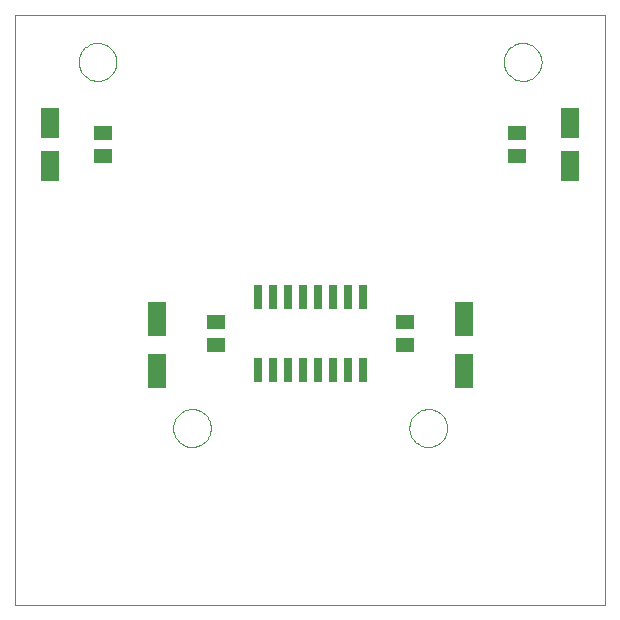
<source format=gtp>
G75*
G70*
%OFA0B0*%
%FSLAX24Y24*%
%IPPOS*%
%LPD*%
%AMOC8*
5,1,8,0,0,1.08239X$1,22.5*
%
%ADD10C,0.0000*%
%ADD11R,0.0591X0.0512*%
%ADD12R,0.0260X0.0800*%
%ADD13R,0.0630X0.1181*%
%ADD14R,0.0630X0.1024*%
D10*
X000589Y000574D02*
X000589Y020259D01*
X020274Y020259D01*
X020274Y000574D01*
X000589Y000574D01*
X005865Y006479D02*
X005867Y006529D01*
X005873Y006579D01*
X005883Y006628D01*
X005897Y006676D01*
X005914Y006723D01*
X005935Y006768D01*
X005960Y006812D01*
X005988Y006853D01*
X006020Y006892D01*
X006054Y006929D01*
X006091Y006963D01*
X006131Y006993D01*
X006173Y007020D01*
X006217Y007044D01*
X006263Y007065D01*
X006310Y007081D01*
X006358Y007094D01*
X006408Y007103D01*
X006457Y007108D01*
X006508Y007109D01*
X006558Y007106D01*
X006607Y007099D01*
X006656Y007088D01*
X006704Y007073D01*
X006750Y007055D01*
X006795Y007033D01*
X006838Y007007D01*
X006879Y006978D01*
X006918Y006946D01*
X006954Y006911D01*
X006986Y006873D01*
X007016Y006833D01*
X007043Y006790D01*
X007066Y006746D01*
X007085Y006700D01*
X007101Y006652D01*
X007113Y006603D01*
X007121Y006554D01*
X007125Y006504D01*
X007125Y006454D01*
X007121Y006404D01*
X007113Y006355D01*
X007101Y006306D01*
X007085Y006258D01*
X007066Y006212D01*
X007043Y006168D01*
X007016Y006125D01*
X006986Y006085D01*
X006954Y006047D01*
X006918Y006012D01*
X006879Y005980D01*
X006838Y005951D01*
X006795Y005925D01*
X006750Y005903D01*
X006704Y005885D01*
X006656Y005870D01*
X006607Y005859D01*
X006558Y005852D01*
X006508Y005849D01*
X006457Y005850D01*
X006408Y005855D01*
X006358Y005864D01*
X006310Y005877D01*
X006263Y005893D01*
X006217Y005914D01*
X006173Y005938D01*
X006131Y005965D01*
X006091Y005995D01*
X006054Y006029D01*
X006020Y006066D01*
X005988Y006105D01*
X005960Y006146D01*
X005935Y006190D01*
X005914Y006235D01*
X005897Y006282D01*
X005883Y006330D01*
X005873Y006379D01*
X005867Y006429D01*
X005865Y006479D01*
X013739Y006479D02*
X013741Y006529D01*
X013747Y006579D01*
X013757Y006628D01*
X013771Y006676D01*
X013788Y006723D01*
X013809Y006768D01*
X013834Y006812D01*
X013862Y006853D01*
X013894Y006892D01*
X013928Y006929D01*
X013965Y006963D01*
X014005Y006993D01*
X014047Y007020D01*
X014091Y007044D01*
X014137Y007065D01*
X014184Y007081D01*
X014232Y007094D01*
X014282Y007103D01*
X014331Y007108D01*
X014382Y007109D01*
X014432Y007106D01*
X014481Y007099D01*
X014530Y007088D01*
X014578Y007073D01*
X014624Y007055D01*
X014669Y007033D01*
X014712Y007007D01*
X014753Y006978D01*
X014792Y006946D01*
X014828Y006911D01*
X014860Y006873D01*
X014890Y006833D01*
X014917Y006790D01*
X014940Y006746D01*
X014959Y006700D01*
X014975Y006652D01*
X014987Y006603D01*
X014995Y006554D01*
X014999Y006504D01*
X014999Y006454D01*
X014995Y006404D01*
X014987Y006355D01*
X014975Y006306D01*
X014959Y006258D01*
X014940Y006212D01*
X014917Y006168D01*
X014890Y006125D01*
X014860Y006085D01*
X014828Y006047D01*
X014792Y006012D01*
X014753Y005980D01*
X014712Y005951D01*
X014669Y005925D01*
X014624Y005903D01*
X014578Y005885D01*
X014530Y005870D01*
X014481Y005859D01*
X014432Y005852D01*
X014382Y005849D01*
X014331Y005850D01*
X014282Y005855D01*
X014232Y005864D01*
X014184Y005877D01*
X014137Y005893D01*
X014091Y005914D01*
X014047Y005938D01*
X014005Y005965D01*
X013965Y005995D01*
X013928Y006029D01*
X013894Y006066D01*
X013862Y006105D01*
X013834Y006146D01*
X013809Y006190D01*
X013788Y006235D01*
X013771Y006282D01*
X013757Y006330D01*
X013747Y006379D01*
X013741Y006429D01*
X013739Y006479D01*
X016889Y018684D02*
X016891Y018734D01*
X016897Y018784D01*
X016907Y018833D01*
X016921Y018881D01*
X016938Y018928D01*
X016959Y018973D01*
X016984Y019017D01*
X017012Y019058D01*
X017044Y019097D01*
X017078Y019134D01*
X017115Y019168D01*
X017155Y019198D01*
X017197Y019225D01*
X017241Y019249D01*
X017287Y019270D01*
X017334Y019286D01*
X017382Y019299D01*
X017432Y019308D01*
X017481Y019313D01*
X017532Y019314D01*
X017582Y019311D01*
X017631Y019304D01*
X017680Y019293D01*
X017728Y019278D01*
X017774Y019260D01*
X017819Y019238D01*
X017862Y019212D01*
X017903Y019183D01*
X017942Y019151D01*
X017978Y019116D01*
X018010Y019078D01*
X018040Y019038D01*
X018067Y018995D01*
X018090Y018951D01*
X018109Y018905D01*
X018125Y018857D01*
X018137Y018808D01*
X018145Y018759D01*
X018149Y018709D01*
X018149Y018659D01*
X018145Y018609D01*
X018137Y018560D01*
X018125Y018511D01*
X018109Y018463D01*
X018090Y018417D01*
X018067Y018373D01*
X018040Y018330D01*
X018010Y018290D01*
X017978Y018252D01*
X017942Y018217D01*
X017903Y018185D01*
X017862Y018156D01*
X017819Y018130D01*
X017774Y018108D01*
X017728Y018090D01*
X017680Y018075D01*
X017631Y018064D01*
X017582Y018057D01*
X017532Y018054D01*
X017481Y018055D01*
X017432Y018060D01*
X017382Y018069D01*
X017334Y018082D01*
X017287Y018098D01*
X017241Y018119D01*
X017197Y018143D01*
X017155Y018170D01*
X017115Y018200D01*
X017078Y018234D01*
X017044Y018271D01*
X017012Y018310D01*
X016984Y018351D01*
X016959Y018395D01*
X016938Y018440D01*
X016921Y018487D01*
X016907Y018535D01*
X016897Y018584D01*
X016891Y018634D01*
X016889Y018684D01*
X002715Y018684D02*
X002717Y018734D01*
X002723Y018784D01*
X002733Y018833D01*
X002747Y018881D01*
X002764Y018928D01*
X002785Y018973D01*
X002810Y019017D01*
X002838Y019058D01*
X002870Y019097D01*
X002904Y019134D01*
X002941Y019168D01*
X002981Y019198D01*
X003023Y019225D01*
X003067Y019249D01*
X003113Y019270D01*
X003160Y019286D01*
X003208Y019299D01*
X003258Y019308D01*
X003307Y019313D01*
X003358Y019314D01*
X003408Y019311D01*
X003457Y019304D01*
X003506Y019293D01*
X003554Y019278D01*
X003600Y019260D01*
X003645Y019238D01*
X003688Y019212D01*
X003729Y019183D01*
X003768Y019151D01*
X003804Y019116D01*
X003836Y019078D01*
X003866Y019038D01*
X003893Y018995D01*
X003916Y018951D01*
X003935Y018905D01*
X003951Y018857D01*
X003963Y018808D01*
X003971Y018759D01*
X003975Y018709D01*
X003975Y018659D01*
X003971Y018609D01*
X003963Y018560D01*
X003951Y018511D01*
X003935Y018463D01*
X003916Y018417D01*
X003893Y018373D01*
X003866Y018330D01*
X003836Y018290D01*
X003804Y018252D01*
X003768Y018217D01*
X003729Y018185D01*
X003688Y018156D01*
X003645Y018130D01*
X003600Y018108D01*
X003554Y018090D01*
X003506Y018075D01*
X003457Y018064D01*
X003408Y018057D01*
X003358Y018054D01*
X003307Y018055D01*
X003258Y018060D01*
X003208Y018069D01*
X003160Y018082D01*
X003113Y018098D01*
X003067Y018119D01*
X003023Y018143D01*
X002981Y018170D01*
X002941Y018200D01*
X002904Y018234D01*
X002870Y018271D01*
X002838Y018310D01*
X002810Y018351D01*
X002785Y018395D01*
X002764Y018440D01*
X002747Y018487D01*
X002733Y018535D01*
X002723Y018584D01*
X002717Y018634D01*
X002715Y018684D01*
D11*
X003542Y016302D03*
X003542Y015554D03*
X007282Y010003D03*
X007282Y009255D03*
X013581Y009255D03*
X013581Y010003D03*
X017322Y015554D03*
X017322Y016302D03*
D12*
X012182Y010839D03*
X011682Y010839D03*
X011182Y010839D03*
X010682Y010839D03*
X010182Y010839D03*
X009682Y010839D03*
X009182Y010839D03*
X008682Y010839D03*
X008682Y008419D03*
X009182Y008419D03*
X009682Y008419D03*
X010182Y008419D03*
X010682Y008419D03*
X011182Y008419D03*
X011682Y008419D03*
X012182Y008419D03*
D13*
X015550Y008369D03*
X015550Y010101D03*
X005314Y010101D03*
X005314Y008369D03*
D14*
X001770Y015219D03*
X001770Y016637D03*
X019093Y016637D03*
X019093Y015219D03*
M02*

</source>
